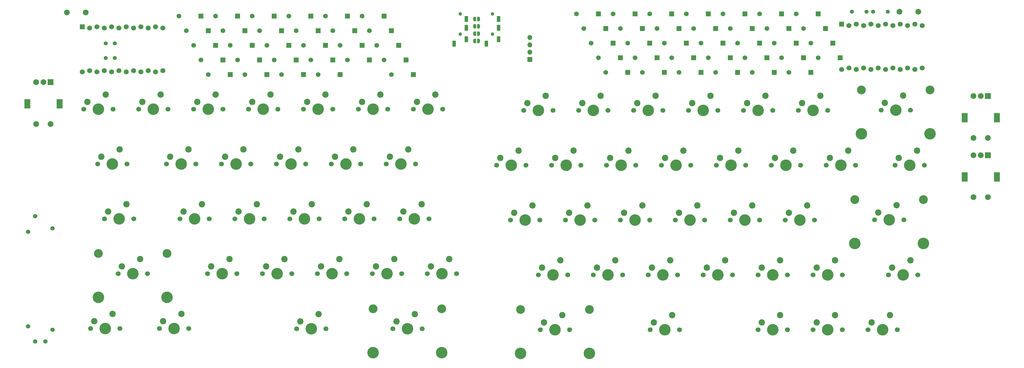
<source format=gbr>
%TF.GenerationSoftware,KiCad,Pcbnew,(7.0.0)*%
%TF.CreationDate,2023-03-24T13:53:57-04:00*%
%TF.ProjectId,RMK-complete,524d4b2d-636f-46d7-906c-6574652e6b69,rev?*%
%TF.SameCoordinates,Original*%
%TF.FileFunction,Soldermask,Top*%
%TF.FilePolarity,Negative*%
%FSLAX46Y46*%
G04 Gerber Fmt 4.6, Leading zero omitted, Abs format (unit mm)*
G04 Created by KiCad (PCBNEW (7.0.0)) date 2023-03-24 13:53:57*
%MOMM*%
%LPD*%
G01*
G04 APERTURE LIST*
G04 Aperture macros list*
%AMFreePoly0*
4,1,19,0.500000,-0.750000,0.000000,-0.750000,0.000000,-0.744911,-0.071157,-0.744911,-0.207708,-0.704816,-0.327430,-0.627875,-0.420627,-0.520320,-0.479746,-0.390866,-0.500000,-0.250000,-0.500000,0.250000,-0.479746,0.390866,-0.420627,0.520320,-0.327430,0.627875,-0.207708,0.704816,-0.071157,0.744911,0.000000,0.744911,0.000000,0.750000,0.500000,0.750000,0.500000,-0.750000,0.500000,-0.750000,
$1*%
%AMFreePoly1*
4,1,19,0.000000,0.744911,0.071157,0.744911,0.207708,0.704816,0.327430,0.627875,0.420627,0.520320,0.479746,0.390866,0.500000,0.250000,0.500000,-0.250000,0.479746,-0.390866,0.420627,-0.520320,0.327430,-0.627875,0.207708,-0.704816,0.071157,-0.744911,0.000000,-0.744911,0.000000,-0.750000,-0.500000,-0.750000,-0.500000,0.750000,0.000000,0.750000,0.000000,0.744911,0.000000,0.744911,
$1*%
G04 Aperture macros list end*
%ADD10C,1.651000*%
%ADD11R,1.651000X1.651000*%
%ADD12R,2.000000X3.200000*%
%ADD13R,2.000000X2.000000*%
%ADD14C,2.000000*%
%ADD15C,1.700000*%
%ADD16C,4.000000*%
%ADD17C,2.200000*%
%ADD18C,1.397000*%
%ADD19C,3.050000*%
%ADD20C,1.200000*%
%ADD21R,1.200000X2.100000*%
%ADD22C,1.500000*%
%ADD23FreePoly0,0.000000*%
%ADD24FreePoly1,0.000000*%
%ADD25R,1.700000X1.700000*%
%ADD26O,1.700000X1.700000*%
%ADD27R,1.752600X1.752600*%
%ADD28C,1.752600*%
G04 APERTURE END LIST*
D10*
%TO.C,D28*%
X160883600Y-92837000D03*
D11*
X168503599Y-92836999D03*
%TD*%
D12*
%TO.C,ROT1*%
X50913599Y-113156999D03*
X39713599Y-113156999D03*
D13*
X47813599Y-105656999D03*
D14*
X42813600Y-105657000D03*
X45313600Y-105657000D03*
X42813600Y-120157000D03*
X47813600Y-120157000D03*
%TD*%
D10*
%TO.C,D17*%
X270767381Y-86988838D03*
D11*
X278387380Y-86988837D03*
%TD*%
D15*
%TO.C,SW19*%
X140309600Y-172212000D03*
D16*
X145389600Y-172212000D03*
D15*
X150469600Y-172212000D03*
D17*
X147929600Y-167132000D03*
X141579600Y-169672000D03*
%TD*%
D18*
%TO.C,R1*%
X338077381Y-81146838D03*
X332997381Y-81146838D03*
%TD*%
D10*
%TO.C,D7*%
X245367381Y-86988838D03*
D11*
X252987380Y-86988837D03*
%TD*%
D10*
%TO.C,D27*%
X296167381Y-86988838D03*
D11*
X303787380Y-86988837D03*
%TD*%
D15*
%TO.C,SW27*%
X164185600Y-134112000D03*
D16*
X169265600Y-134112000D03*
D15*
X174345600Y-134112000D03*
D17*
X171805600Y-129032000D03*
X165455600Y-131572000D03*
%TD*%
D15*
%TO.C,SW32*%
X316741381Y-134486838D03*
D16*
X321821381Y-134486838D03*
D15*
X326901381Y-134486838D03*
D17*
X324361381Y-129406838D03*
X318011381Y-131946838D03*
%TD*%
D10*
%TO.C,D6*%
X105003600Y-82677000D03*
D11*
X112623599Y-82676999D03*
%TD*%
D15*
%TO.C,SW23*%
X283467381Y-153536838D03*
D16*
X288547381Y-153536838D03*
D15*
X293627381Y-153536838D03*
D17*
X291087381Y-148456838D03*
X284737381Y-150996838D03*
%TD*%
D10*
%TO.C,D31*%
X165963600Y-102997000D03*
D11*
X173583599Y-102996999D03*
%TD*%
D10*
%TO.C,D19*%
X275847381Y-97148838D03*
D11*
X283467380Y-97148837D03*
%TD*%
D10*
%TO.C,D12*%
X120243600Y-87757000D03*
D11*
X127863599Y-87756999D03*
%TD*%
D15*
%TO.C,SW4*%
X216919381Y-172586838D03*
D16*
X221999381Y-172586838D03*
D15*
X227079381Y-172586838D03*
D17*
X224539381Y-167506838D03*
X218189381Y-170046838D03*
%TD*%
D12*
%TO.C,ROT1*%
X375935380Y-138550837D03*
X364735380Y-138550837D03*
D13*
X372835380Y-131050837D03*
D14*
X367835381Y-131050838D03*
X370335381Y-131050838D03*
X367835381Y-145550838D03*
X372835381Y-145550838D03*
%TD*%
D10*
%TO.C,D12*%
X258067381Y-86988838D03*
D11*
X265687380Y-86988837D03*
%TD*%
D15*
%TO.C,SW11*%
X97383600Y-115062000D03*
D16*
X102463600Y-115062000D03*
D15*
X107543600Y-115062000D03*
D17*
X105003600Y-109982000D03*
X98653600Y-112522000D03*
%TD*%
D10*
%TO.C,D7*%
X107543600Y-87757000D03*
D11*
X115163599Y-87756999D03*
%TD*%
D10*
%TO.C,D18*%
X135483600Y-92837000D03*
D11*
X143103599Y-92836999D03*
%TD*%
D15*
%TO.C,SW29*%
X178409600Y-172212000D03*
D16*
X183489600Y-172212000D03*
D15*
X188569600Y-172212000D03*
D17*
X186029600Y-167132000D03*
X179679600Y-169672000D03*
%TD*%
D15*
%TO.C,SW7*%
X221491381Y-134486838D03*
D16*
X226571381Y-134486838D03*
D15*
X231651381Y-134486838D03*
D17*
X229111381Y-129406838D03*
X222761381Y-131946838D03*
%TD*%
D18*
%TO.C,R1*%
X70078600Y-97282000D03*
X70078600Y-92202000D03*
%TD*%
D19*
%TO.C,SW20*%
X159651600Y-184323000D03*
D16*
X159651600Y-199563000D03*
D15*
X166471600Y-191323000D03*
D16*
X171551600Y-191323000D03*
D15*
X176631600Y-191323000D03*
D19*
X183451600Y-184323000D03*
D16*
X183451600Y-199563000D03*
D17*
X174091600Y-186243000D03*
X167741600Y-188783000D03*
%TD*%
D14*
%TO.C,SW_A1*%
X342193381Y-81146838D03*
X348693381Y-81146838D03*
%TD*%
D15*
%TO.C,SW25*%
X331219381Y-191636838D03*
D16*
X336299381Y-191636838D03*
D15*
X341379381Y-191636838D03*
D17*
X338839381Y-186556838D03*
X332489381Y-189096838D03*
%TD*%
D10*
%TO.C,D34*%
X311407381Y-92068838D03*
D11*
X319027380Y-92068837D03*
%TD*%
D10*
%TO.C,D8*%
X247907381Y-92068838D03*
D11*
X255527380Y-92068837D03*
%TD*%
D10*
%TO.C,D22*%
X283467381Y-86988838D03*
D11*
X291087380Y-86988837D03*
%TD*%
D10*
%TO.C,D26*%
X155803600Y-82677000D03*
D11*
X163423599Y-82676999D03*
%TD*%
D15*
%TO.C,SW34*%
X338331381Y-172586838D03*
D16*
X343411381Y-172586838D03*
D15*
X348491381Y-172586838D03*
D17*
X345951381Y-167506838D03*
X339601381Y-170046838D03*
%TD*%
D15*
%TO.C,SW12*%
X107035600Y-134112000D03*
D16*
X112115600Y-134112000D03*
D15*
X117195600Y-134112000D03*
D17*
X114655600Y-129032000D03*
X108305600Y-131572000D03*
%TD*%
D14*
%TO.C,SW_A1*%
X53493600Y-81407000D03*
X59993600Y-81407000D03*
%TD*%
D10*
%TO.C,D11*%
X255527381Y-81908838D03*
D11*
X263147380Y-81908837D03*
%TD*%
D15*
%TO.C,SW24*%
X159359600Y-172212000D03*
D16*
X164439600Y-172212000D03*
D15*
X169519600Y-172212000D03*
D17*
X166979600Y-167132000D03*
X160629600Y-169672000D03*
%TD*%
D10*
%TO.C,D26*%
X293627381Y-81908838D03*
D11*
X301247380Y-81908837D03*
%TD*%
D10*
%TO.C,D9*%
X250447381Y-97148838D03*
D11*
X258067380Y-97148837D03*
%TD*%
D10*
%TO.C,D5*%
X102463600Y-102997000D03*
D11*
X110083599Y-102996999D03*
%TD*%
D19*
%TO.C,SW4*%
X64401600Y-165146000D03*
D16*
X64401600Y-180386000D03*
D15*
X71221600Y-172146000D03*
D16*
X76301600Y-172146000D03*
D15*
X81381600Y-172146000D03*
D19*
X88201600Y-165146000D03*
D16*
X88201600Y-180386000D03*
D17*
X78841600Y-167066000D03*
X72491600Y-169606000D03*
%TD*%
D15*
%TO.C,SW6*%
X230889381Y-115436838D03*
D16*
X235969381Y-115436838D03*
D15*
X241049381Y-115436838D03*
D17*
X238509381Y-110356838D03*
X232159381Y-112896838D03*
%TD*%
D15*
%TO.C,SW2*%
X64109600Y-134112000D03*
D16*
X69189600Y-134112000D03*
D15*
X74269600Y-134112000D03*
D17*
X71729600Y-129032000D03*
X65379600Y-131572000D03*
%TD*%
D15*
%TO.C,SW27*%
X297691381Y-134486838D03*
D16*
X302771381Y-134486838D03*
D15*
X307851381Y-134486838D03*
D17*
X305311381Y-129406838D03*
X298961381Y-131946838D03*
%TD*%
D15*
%TO.C,SW9*%
X102209600Y-172212000D03*
D16*
X107289600Y-172212000D03*
D15*
X112369600Y-172212000D03*
D17*
X109829600Y-167132000D03*
X103479600Y-169672000D03*
%TD*%
D20*
%TO.C,U2*%
X201015600Y-81914500D03*
X201015600Y-88914500D03*
D21*
X203115599Y-90714499D03*
X203115599Y-86714499D03*
X203115599Y-83714499D03*
X198915599Y-92214499D03*
%TD*%
D10*
%TO.C,D10*%
X252987381Y-102228838D03*
D11*
X260607380Y-102228837D03*
%TD*%
D10*
%TO.C,D31*%
X303787381Y-102228838D03*
D11*
X311407380Y-102228837D03*
%TD*%
D19*
%TO.C,SW33*%
X326685381Y-146470838D03*
D16*
X326685381Y-161710838D03*
D15*
X333505381Y-153470838D03*
D16*
X338585381Y-153470838D03*
D15*
X343665381Y-153470838D03*
D19*
X350485381Y-146470838D03*
D16*
X350485381Y-161710838D03*
D17*
X341125381Y-148390838D03*
X334775381Y-150930838D03*
%TD*%
D10*
%TO.C,D19*%
X138023600Y-97917000D03*
D11*
X145643599Y-97916999D03*
%TD*%
D10*
%TO.C,D2*%
X94843600Y-87757000D03*
D11*
X102463599Y-87756999D03*
%TD*%
D15*
%TO.C,SW21*%
X135483600Y-115062000D03*
D16*
X140563600Y-115062000D03*
D15*
X145643600Y-115062000D03*
D17*
X143103600Y-109982000D03*
X136753600Y-112522000D03*
%TD*%
D19*
%TO.C,SW31*%
X328971381Y-108370838D03*
D16*
X328971381Y-123610838D03*
D15*
X335791381Y-115370838D03*
D16*
X340871381Y-115370838D03*
D15*
X345951381Y-115370838D03*
D19*
X352771381Y-108370838D03*
D16*
X352771381Y-123610838D03*
D17*
X343411381Y-110290838D03*
X337061381Y-112830838D03*
%TD*%
D15*
%TO.C,SW28*%
X302517381Y-153536838D03*
D16*
X307597381Y-153536838D03*
D15*
X312677381Y-153536838D03*
D17*
X310137381Y-148456838D03*
X303787381Y-150996838D03*
%TD*%
D15*
%TO.C,SW35*%
X340617381Y-134486838D03*
D16*
X345697381Y-134486838D03*
D15*
X350777381Y-134486838D03*
D17*
X348237381Y-129406838D03*
X341887381Y-131946838D03*
%TD*%
D15*
%TO.C,SW1*%
X211839381Y-115436838D03*
D16*
X216919381Y-115436838D03*
D15*
X221999381Y-115436838D03*
D17*
X219459381Y-110356838D03*
X213109381Y-112896838D03*
%TD*%
D15*
%TO.C,SW24*%
X293119381Y-172586838D03*
D16*
X298199381Y-172586838D03*
D15*
X303279381Y-172586838D03*
D17*
X300739381Y-167506838D03*
X294389381Y-170046838D03*
%TD*%
D10*
%TO.C,D8*%
X110083600Y-92837000D03*
D11*
X117703599Y-92836999D03*
%TD*%
D18*
%TO.C,R2*%
X330711381Y-81146838D03*
X325631381Y-81146838D03*
%TD*%
D15*
%TO.C,SW11*%
X249939381Y-115436838D03*
D16*
X255019381Y-115436838D03*
D15*
X260099381Y-115436838D03*
D17*
X257559381Y-110356838D03*
X251209381Y-112896838D03*
%TD*%
D15*
%TO.C,SW13*%
X111734600Y-153162000D03*
D16*
X116814600Y-153162000D03*
D15*
X121894600Y-153162000D03*
D17*
X119354600Y-148082000D03*
X113004600Y-150622000D03*
%TD*%
D10*
%TO.C,D20*%
X140563600Y-102997000D03*
D11*
X148183599Y-102996999D03*
%TD*%
D12*
%TO.C,ROT2*%
X375935380Y-117976837D03*
X364735380Y-117976837D03*
D13*
X372835380Y-110476837D03*
D14*
X367835381Y-110476838D03*
X370335381Y-110476838D03*
X367835381Y-124976838D03*
X372835381Y-124976838D03*
%TD*%
D15*
%TO.C,SW14*%
X255019381Y-172586838D03*
D16*
X260099381Y-172586838D03*
D15*
X265179381Y-172586838D03*
D17*
X262639381Y-167506838D03*
X256289381Y-170046838D03*
%TD*%
D15*
%TO.C,SW7*%
X87985600Y-134112000D03*
D16*
X93065600Y-134112000D03*
D15*
X98145600Y-134112000D03*
D17*
X95605600Y-129032000D03*
X89255600Y-131572000D03*
%TD*%
D15*
%TO.C,SW31*%
X173583600Y-115062000D03*
D16*
X178663600Y-115062000D03*
D15*
X183743600Y-115062000D03*
D17*
X181203600Y-109982000D03*
X174853600Y-112522000D03*
%TD*%
D15*
%TO.C,SW19*%
X274069381Y-172586838D03*
D16*
X279149381Y-172586838D03*
D15*
X284229381Y-172586838D03*
D17*
X281689381Y-167506838D03*
X275339381Y-170046838D03*
%TD*%
D15*
%TO.C,SW28*%
X168884600Y-153162000D03*
D16*
X173964600Y-153162000D03*
D15*
X179044600Y-153162000D03*
D17*
X176504600Y-148082000D03*
X170154600Y-150622000D03*
%TD*%
D10*
%TO.C,D14*%
X125323600Y-97917000D03*
D11*
X132943599Y-97916999D03*
%TD*%
D10*
%TO.C,D16*%
X130403600Y-82677000D03*
D11*
X138023599Y-82676999D03*
%TD*%
D15*
%TO.C,SW15*%
X293119381Y-191636838D03*
D16*
X298199381Y-191636838D03*
D15*
X303279381Y-191636838D03*
D17*
X300739381Y-186556838D03*
X294389381Y-189096838D03*
%TD*%
D18*
%TO.C,R2*%
X66903600Y-97282000D03*
X66903600Y-92202000D03*
%TD*%
D22*
%TO.C,RV1*%
X48463600Y-191622000D03*
X39963600Y-190422000D03*
X39963600Y-157622000D03*
X48463600Y-156422000D03*
X42463600Y-195722000D03*
X45963600Y-195722000D03*
X42463600Y-152222000D03*
%TD*%
D15*
%TO.C,SW16*%
X268989381Y-115436838D03*
D16*
X274069381Y-115436838D03*
D15*
X279149381Y-115436838D03*
D17*
X276609381Y-110356838D03*
X270259381Y-112896838D03*
%TD*%
D15*
%TO.C,SW2*%
X202441381Y-134486838D03*
D16*
X207521381Y-134486838D03*
D15*
X212601381Y-134486838D03*
D17*
X210061381Y-129406838D03*
X203711381Y-131946838D03*
%TD*%
D15*
%TO.C,SW17*%
X126085600Y-134112000D03*
D16*
X131165600Y-134112000D03*
D15*
X136245600Y-134112000D03*
D17*
X133705600Y-129032000D03*
X127355600Y-131572000D03*
%TD*%
D15*
%TO.C,SW22*%
X278641381Y-134486838D03*
D16*
X283721381Y-134486838D03*
D15*
X288801381Y-134486838D03*
D17*
X286261381Y-129406838D03*
X279911381Y-131946838D03*
%TD*%
D15*
%TO.C,SW14*%
X121259600Y-172212000D03*
D16*
X126339600Y-172212000D03*
D15*
X131419600Y-172212000D03*
D17*
X128879600Y-167132000D03*
X122529600Y-169672000D03*
%TD*%
D10*
%TO.C,D1*%
X230127381Y-81908838D03*
D11*
X237747380Y-81908837D03*
%TD*%
D15*
%TO.C,SW21*%
X288039381Y-115436838D03*
D16*
X293119381Y-115436838D03*
D15*
X298199381Y-115436838D03*
D17*
X295659381Y-110356838D03*
X289309381Y-112896838D03*
%TD*%
D15*
%TO.C,SW8*%
X226317381Y-153536838D03*
D16*
X231397381Y-153536838D03*
D15*
X236477381Y-153536838D03*
D17*
X233937381Y-148456838D03*
X227587381Y-150996838D03*
%TD*%
D10*
%TO.C,D27*%
X158343600Y-87757000D03*
D11*
X165963599Y-87756999D03*
%TD*%
D10*
%TO.C,D32*%
X306327381Y-81908838D03*
D11*
X313947380Y-81908837D03*
%TD*%
D10*
%TO.C,D4*%
X99923600Y-97917000D03*
D11*
X107543599Y-97916999D03*
%TD*%
D15*
%TO.C,SW13*%
X245367381Y-153536838D03*
D16*
X250447381Y-153536838D03*
D15*
X255527381Y-153536838D03*
D17*
X252987381Y-148456838D03*
X246637381Y-150996838D03*
%TD*%
D10*
%TO.C,D15*%
X127863600Y-102997000D03*
D11*
X135483599Y-102996999D03*
%TD*%
D15*
%TO.C,SW6*%
X78333600Y-115062000D03*
D16*
X83413600Y-115062000D03*
D15*
X88493600Y-115062000D03*
D17*
X85953600Y-109982000D03*
X79603600Y-112522000D03*
%TD*%
D23*
%TO.C,*%
X194879200Y-83718400D03*
D24*
X196179200Y-83718400D03*
%TD*%
D10*
%TO.C,D13*%
X260607381Y-92068838D03*
D11*
X268227380Y-92068837D03*
%TD*%
D25*
%TO.C,J1*%
X213947980Y-97773837D03*
D26*
X213947980Y-95233837D03*
X213947980Y-92693837D03*
X213947980Y-90153837D03*
%TD*%
D10*
%TO.C,D3*%
X97383600Y-92837000D03*
D11*
X105003599Y-92836999D03*
%TD*%
D10*
%TO.C,D5*%
X240287381Y-102228838D03*
D11*
X247907380Y-102228837D03*
%TD*%
D15*
%TO.C,SW12*%
X240541381Y-134486838D03*
D16*
X245621381Y-134486838D03*
D15*
X250701381Y-134486838D03*
D17*
X248161381Y-129406838D03*
X241811381Y-131946838D03*
%TD*%
D23*
%TO.C,*%
X194879200Y-88798400D03*
D24*
X196179200Y-88798400D03*
%TD*%
D10*
%TO.C,D4*%
X237747381Y-97148838D03*
D11*
X245367380Y-97148837D03*
%TD*%
D15*
%TO.C,SW26*%
X154533600Y-115062000D03*
D16*
X159613600Y-115062000D03*
D15*
X164693600Y-115062000D03*
D17*
X162153600Y-109982000D03*
X155803600Y-112522000D03*
%TD*%
D15*
%TO.C,SW18*%
X130784600Y-153162000D03*
D16*
X135864600Y-153162000D03*
D15*
X140944600Y-153162000D03*
D17*
X138404600Y-148082000D03*
X132054600Y-150622000D03*
%TD*%
D10*
%TO.C,D6*%
X242827381Y-81908838D03*
D11*
X250447380Y-81908837D03*
%TD*%
D15*
%TO.C,SW20*%
X312169381Y-191636838D03*
D16*
X317249381Y-191636838D03*
D15*
X322329381Y-191636838D03*
D17*
X319789381Y-186556838D03*
X313439381Y-189096838D03*
%TD*%
D10*
%TO.C,D22*%
X145643600Y-87757000D03*
D11*
X153263599Y-87756999D03*
%TD*%
D10*
%TO.C,D20*%
X278387381Y-102228838D03*
D11*
X286007380Y-102228837D03*
%TD*%
D10*
%TO.C,D1*%
X92303600Y-82677000D03*
D11*
X99923599Y-82676999D03*
%TD*%
D10*
%TO.C,D23*%
X148183600Y-92837000D03*
D11*
X155803599Y-92836999D03*
%TD*%
D10*
%TO.C,D35*%
X313947381Y-97148838D03*
D11*
X321567380Y-97148837D03*
%TD*%
D10*
%TO.C,D3*%
X235207381Y-92068838D03*
D11*
X242827380Y-92068837D03*
%TD*%
D15*
%TO.C,SW10*%
X255727200Y-191668400D03*
D16*
X260807200Y-191668400D03*
D15*
X265887200Y-191668400D03*
D17*
X263347200Y-186588400D03*
X256997200Y-189128400D03*
%TD*%
D15*
%TO.C,SW22*%
X145135600Y-134112000D03*
D16*
X150215600Y-134112000D03*
D15*
X155295600Y-134112000D03*
D17*
X152755600Y-129032000D03*
X146405600Y-131572000D03*
%TD*%
D15*
%TO.C,SW5*%
X61696600Y-191262000D03*
D16*
X66776600Y-191262000D03*
D15*
X71856600Y-191262000D03*
D17*
X69316600Y-186182000D03*
X62966600Y-188722000D03*
%TD*%
D15*
%TO.C,SW15*%
X133146800Y-191312800D03*
D16*
X138226800Y-191312800D03*
D15*
X143306800Y-191312800D03*
D17*
X140766800Y-186232800D03*
X134416800Y-188772800D03*
%TD*%
D10*
%TO.C,D11*%
X117703600Y-82677000D03*
D11*
X125323599Y-82676999D03*
%TD*%
D10*
%TO.C,D9*%
X112623600Y-97917000D03*
D11*
X120243599Y-97916999D03*
%TD*%
D15*
%TO.C,SW16*%
X116433600Y-115062000D03*
D16*
X121513600Y-115062000D03*
D15*
X126593600Y-115062000D03*
D17*
X124053600Y-109982000D03*
X117703600Y-112522000D03*
%TD*%
D10*
%TO.C,D29*%
X163423600Y-97917000D03*
D11*
X171043599Y-97916999D03*
%TD*%
D15*
%TO.C,SW1*%
X59283600Y-115062000D03*
D16*
X64363600Y-115062000D03*
D15*
X69443600Y-115062000D03*
D17*
X66903600Y-109982000D03*
X60553600Y-112522000D03*
%TD*%
D15*
%TO.C,SW17*%
X259591381Y-134486838D03*
D16*
X264671381Y-134486838D03*
D15*
X269751381Y-134486838D03*
D17*
X267211381Y-129406838D03*
X260861381Y-131946838D03*
%TD*%
D15*
%TO.C,SW10*%
X85572600Y-191262000D03*
D16*
X90652600Y-191262000D03*
D15*
X95732600Y-191262000D03*
D17*
X93192600Y-186182000D03*
X86842600Y-188722000D03*
%TD*%
D15*
%TO.C,SW18*%
X264417381Y-153536838D03*
D16*
X269497381Y-153536838D03*
D15*
X274577381Y-153536838D03*
D17*
X272037381Y-148456838D03*
X265687381Y-150996838D03*
%TD*%
D20*
%TO.C,U2*%
X189839600Y-81914500D03*
X189839600Y-88914500D03*
D21*
X191939599Y-90714499D03*
X191939599Y-86714499D03*
X191939599Y-83714499D03*
X187739599Y-92214499D03*
%TD*%
D10*
%TO.C,D33*%
X308867381Y-86988838D03*
D11*
X316487380Y-86988837D03*
%TD*%
D10*
%TO.C,D15*%
X265687381Y-102228838D03*
D11*
X273307380Y-102228837D03*
%TD*%
D23*
%TO.C,*%
X194879200Y-91338400D03*
D24*
X196179200Y-91338400D03*
%TD*%
D10*
%TO.C,D21*%
X143103600Y-82677000D03*
D11*
X150723599Y-82676999D03*
%TD*%
D10*
%TO.C,D25*%
X291087381Y-102228838D03*
D11*
X298707380Y-102228837D03*
%TD*%
D10*
%TO.C,D24*%
X150723600Y-97917000D03*
D11*
X158343599Y-97916999D03*
%TD*%
D10*
%TO.C,D24*%
X288547381Y-97148838D03*
D11*
X296167380Y-97148837D03*
%TD*%
D15*
%TO.C,SW9*%
X235969381Y-172586838D03*
D16*
X241049381Y-172586838D03*
D15*
X246129381Y-172586838D03*
D17*
X243589381Y-167506838D03*
X237239381Y-170046838D03*
%TD*%
D10*
%TO.C,D28*%
X298707381Y-92068838D03*
D11*
X306327380Y-92068837D03*
%TD*%
D10*
%TO.C,D14*%
X263147381Y-97148838D03*
D11*
X270767380Y-97148837D03*
%TD*%
D10*
%TO.C,D13*%
X122783600Y-92837000D03*
D11*
X130403599Y-92836999D03*
%TD*%
D10*
%TO.C,D23*%
X286007381Y-92068838D03*
D11*
X293627380Y-92068837D03*
%TD*%
D15*
%TO.C,SW29*%
X312169381Y-172586838D03*
D16*
X317249381Y-172586838D03*
D15*
X322329381Y-172586838D03*
D17*
X319789381Y-167506838D03*
X313439381Y-170046838D03*
%TD*%
D10*
%TO.C,D21*%
X280927381Y-81908838D03*
D11*
X288547380Y-81908837D03*
%TD*%
D10*
%TO.C,D10*%
X115163600Y-102997000D03*
D11*
X122783599Y-102996999D03*
%TD*%
D10*
%TO.C,D18*%
X273307381Y-92068838D03*
D11*
X280927380Y-92068837D03*
%TD*%
D15*
%TO.C,SW26*%
X307089381Y-115436838D03*
D16*
X312169381Y-115436838D03*
D15*
X317249381Y-115436838D03*
D17*
X314709381Y-110356838D03*
X308359381Y-112896838D03*
%TD*%
D10*
%TO.C,D2*%
X232667381Y-86988838D03*
D11*
X240287380Y-86988837D03*
%TD*%
D10*
%TO.C,D17*%
X132943600Y-87757000D03*
D11*
X140563599Y-87756999D03*
%TD*%
D15*
%TO.C,SW23*%
X149834600Y-153162000D03*
D16*
X154914600Y-153162000D03*
D15*
X159994600Y-153162000D03*
D17*
X157454600Y-148082000D03*
X151104600Y-150622000D03*
%TD*%
D19*
%TO.C,SW5*%
X210807200Y-184653200D03*
D16*
X210807200Y-199893200D03*
D15*
X217627200Y-191653200D03*
D16*
X222707200Y-191653200D03*
D15*
X227787200Y-191653200D03*
D19*
X234607200Y-184653200D03*
D16*
X234607200Y-199893200D03*
D17*
X225247200Y-186573200D03*
X218897200Y-189113200D03*
%TD*%
D15*
%TO.C,SW8*%
X92684600Y-153162000D03*
D16*
X97764600Y-153162000D03*
D15*
X102844600Y-153162000D03*
D17*
X100304600Y-148082000D03*
X93954600Y-150622000D03*
%TD*%
D10*
%TO.C,D16*%
X268227381Y-81908838D03*
D11*
X275847380Y-81908837D03*
%TD*%
D10*
%TO.C,D29*%
X301247381Y-97148838D03*
D11*
X308867380Y-97148837D03*
%TD*%
D15*
%TO.C,SW3*%
X66522600Y-153162000D03*
D16*
X71602600Y-153162000D03*
D15*
X76682600Y-153162000D03*
D17*
X74142600Y-148082000D03*
X67792600Y-150622000D03*
%TD*%
D23*
%TO.C,*%
X194879200Y-86258400D03*
D24*
X196179200Y-86258400D03*
%TD*%
D15*
%TO.C,SW3*%
X207267381Y-153536838D03*
D16*
X212347381Y-153536838D03*
D15*
X217427381Y-153536838D03*
D17*
X214887381Y-148456838D03*
X208537381Y-150996838D03*
%TD*%
D27*
%TO.C,U1*%
X58775599Y-86385399D03*
D28*
X61315600Y-86842600D03*
X63855600Y-86385400D03*
X66395600Y-86842600D03*
X68935600Y-86385400D03*
X71475600Y-86842600D03*
X74015600Y-86385400D03*
X76555600Y-86842600D03*
X79095600Y-86385400D03*
X81635600Y-86842600D03*
X84175600Y-86385400D03*
X86715600Y-86842600D03*
X86715600Y-101625400D03*
X84175600Y-102082600D03*
X81635600Y-101625400D03*
X79095600Y-102082600D03*
X76555600Y-101625400D03*
X74015600Y-102082600D03*
X71475600Y-101625400D03*
X68935600Y-102082600D03*
X66395600Y-101625400D03*
X63855600Y-102082600D03*
X61315600Y-101625400D03*
X58775600Y-102082600D03*
%TD*%
D27*
%TO.C,U1*%
X322075380Y-85490237D03*
D28*
X324615381Y-85947438D03*
X327155381Y-85490238D03*
X329695381Y-85947438D03*
X332235381Y-85490238D03*
X334775381Y-85947438D03*
X337315381Y-85490238D03*
X339855381Y-85947438D03*
X342395381Y-85490238D03*
X344935381Y-85947438D03*
X347475381Y-85490238D03*
X350015381Y-85947438D03*
X350015381Y-100730238D03*
X347475381Y-101187438D03*
X344935381Y-100730238D03*
X342395381Y-101187438D03*
X339855381Y-100730238D03*
X337315381Y-101187438D03*
X334775381Y-100730238D03*
X332235381Y-101187438D03*
X329695381Y-100730238D03*
X327155381Y-101187438D03*
X324615381Y-100730238D03*
X322075381Y-101187438D03*
%TD*%
M02*

</source>
